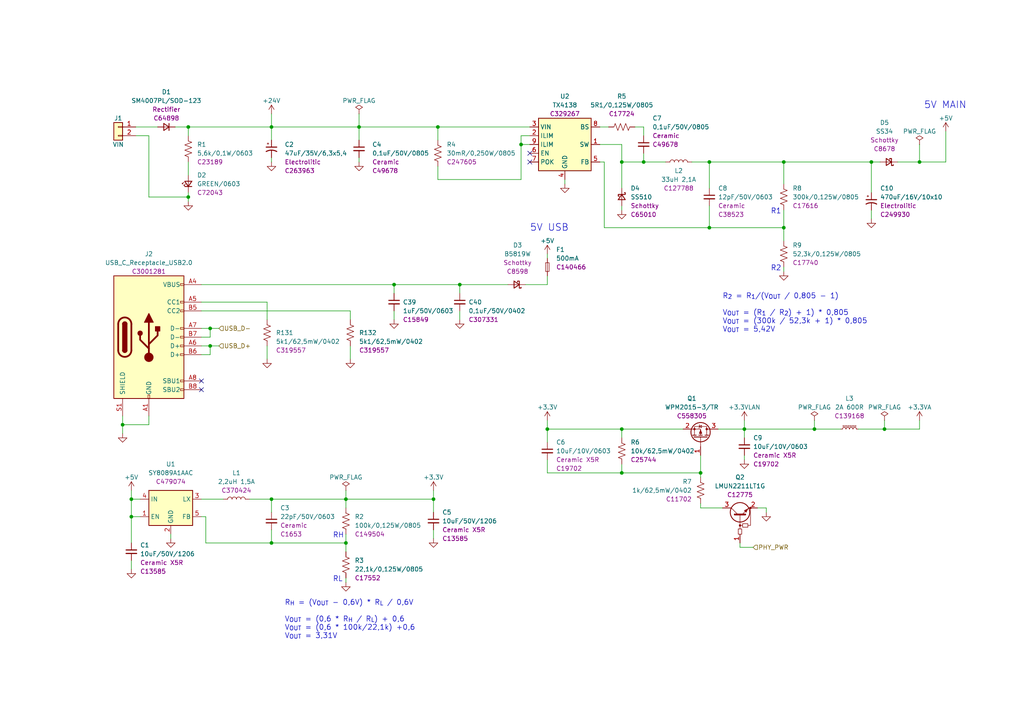
<source format=kicad_sch>
(kicad_sch (version 20230121) (generator eeschema)
  (paper "A4")
  (title_block (title "ESP 16x 24VDC Input 16x 24VDC Output Module") (date "2023-05-05") (rev "V1"))
  (lib_symbols
    (symbol "Connector:USB_C_Receptacle_USB2.0" (pin_names (offset 1.016))
      (property "Reference" "J" (at -10.16 19.05 0))
      (property "Value" "USB_C_Receptacle_USB2.0" (at 19.05 19.05 0))
      (symbol "USB_C_Receptacle_USB2.0_1_1"
        (pin passive line (at 0 -22.86 90) (length 5.08) (name "GND") (number "A1"))
        (pin passive line (at 0 -22.86 90) (length 5.08) hide (name "GND") (number "A12"))
        (pin passive line (at 15.24 15.24 180) (length 5.08) (name "VBUS") (number "A4"))
        (pin bidirectional line (at 15.24 10.16 180) (length 5.08) (name "CC1") (number "A5"))
        (pin bidirectional line (at 15.24 -2.54 180) (length 5.08) (name "D+") (number "A6"))
        (pin bidirectional line (at 15.24 2.54 180) (length 5.08) (name "D-") (number "A7"))
        (pin bidirectional line (at 15.24 -12.7 180) (length 5.08) (name "SBU1") (number "A8"))
        (pin passive line (at 15.24 15.24 180) (length 5.08) hide (name "VBUS") (number "A9"))
        (pin passive line (at 0 -22.86 90) (length 5.08) hide (name "GND") (number "B1"))
        (pin passive line (at 0 -22.86 90) (length 5.08) hide (name "GND") (number "B12"))
        (pin passive line (at 15.24 15.24 180) (length 5.08) hide (name "VBUS") (number "B4"))
        (pin bidirectional line (at 15.24 7.62 180) (length 5.08) (name "CC2") (number "B5"))
        (pin bidirectional line (at 15.24 -5.08 180) (length 5.08) (name "D+") (number "B6"))
        (pin bidirectional line (at 15.24 0 180) (length 5.08) (name "D-") (number "B7"))
        (pin bidirectional line (at 15.24 -15.24 180) (length 5.08) (name "SBU2") (number "B8"))
        (pin passive line (at 15.24 15.24 180) (length 5.08) hide (name "VBUS") (number "B9"))
        (pin passive line (at -7.62 -22.86 90) (length 5.08) (name "SHIELD") (number "S1"))
      )
    )
    (symbol "Connector_Generic:Conn_01x02" (pin_names (offset 1.016) hide)
      (property "Reference" "J" (at 0 2.54 0))
      (property "Value" "Conn_01x02" (at 0 -5.08 0))
      (symbol "Conn_01x02_1_1"
        (pin passive line (at -5.08 0 0) (length 3.81) (name "Pin_1") (number "1"))
        (pin passive line (at -5.08 -2.54 0) (length 3.81) (name "Pin_2") (number "2"))
      )
    )
    (symbol "Device:C_Polarized_Small_US" (pin_numbers hide) (pin_names (offset 0.254) hide)
      (property "Reference" "C" (at 0.254 1.778 0))
      (property "Value" "C_Polarized_Small_US" (at 0.254 -2.032 0))
      (symbol "C_Polarized_Small_US_1_1"
        (pin passive line (at 0 2.54 270) (length 2.032) (name "~") (number "1"))
        (pin passive line (at 0 -2.54 90) (length 2.032) (name "~") (number "2"))
      )
    )
    (symbol "Device:C_Small" (pin_numbers hide) (pin_names (offset 0.254) hide)
      (property "Reference" "C" (at 0.254 1.778 0))
      (property "Value" "C_Small" (at 0.254 -2.032 0))
      (symbol "C_Small_1_1"
        (pin passive line (at 0 2.54 270) (length 2.032) (name "~") (number "1"))
        (pin passive line (at 0 -2.54 90) (length 2.032) (name "~") (number "2"))
      )
    )
    (symbol "Device:D_Schottky_Small" (pin_numbers hide) (pin_names (offset 0.254) hide)
      (property "Reference" "D" (at -1.27 2.032 0))
      (property "Value" "D_Schottky_Small" (at -7.112 -2.032 0))
      (symbol "D_Schottky_Small_1_1"
        (pin passive line (at -2.54 0 0) (length 1.778) (name "K") (number "1"))
        (pin passive line (at 2.54 0 180) (length 1.778) (name "A") (number "2"))
      )
    )
    (symbol "Device:D_Small" (pin_numbers hide) (pin_names (offset 0.254) hide)
      (property "Reference" "D" (at -1.27 2.032 0))
      (property "Value" "D_Small" (at -3.81 -2.032 0))
      (symbol "D_Small_1_1"
        (pin passive line (at -2.54 0 0) (length 1.778) (name "K") (number "1"))
        (pin passive line (at 2.54 0 180) (length 1.778) (name "A") (number "2"))
      )
    )
    (symbol "Device:Fuse_Small" (pin_numbers hide) (pin_names (offset 0.254) hide)
      (property "Reference" "F" (at 0 -1.524 0))
      (property "Value" "Fuse_Small" (at 0 1.524 0))
      (symbol "Fuse_Small_1_1"
        (pin passive line (at -2.54 0 0) (length 1.27) (name "~") (number "1"))
        (pin passive line (at 2.54 0 180) (length 1.27) (name "~") (number "2"))
      )
    )
    (symbol "Device:L" (pin_numbers hide) (pin_names (offset 1.016) hide)
      (property "Reference" "L" (at -1.27 0 90))
      (property "Value" "L" (at 1.905 0 90))
      (symbol "L_1_1"
        (pin passive line (at 0 3.81 270) (length 1.27) (name "1") (number "1"))
        (pin passive line (at 0 -3.81 90) (length 1.27) (name "2") (number "2"))
      )
    )
    (symbol "Device:LED_Small" (pin_numbers hide) (pin_names (offset 0.254) hide)
      (property "Reference" "D" (at -1.27 3.175 0))
      (property "Value" "LED_Small" (at -4.445 -2.54 0))
      (symbol "LED_Small_1_1"
        (pin passive line (at -2.54 0 0) (length 1.778) (name "K") (number "1"))
        (pin passive line (at 2.54 0 180) (length 1.778) (name "A") (number "2"))
      )
    )
    (symbol "Device:L_Ferrite_Small" (pin_numbers hide) (pin_names (offset 0.254) hide)
      (property "Reference" "L" (at 1.27 1.016 0))
      (property "Value" "L_Ferrite_Small" (at 1.27 -1.27 0))
      (symbol "L_Ferrite_Small_1_1"
        (pin passive line (at 0 2.54 270) (length 0.508) (name "~") (number "1"))
        (pin passive line (at 0 -2.54 90) (length 0.508) (name "~") (number "2"))
      )
    )
    (symbol "Device:Q_NPN_BEC_BRT" (pin_names hide)
      (property "Reference" "Q" (at 3.81 1.27 0))
      (property "Value" "Q_NPN_BEC_BRT" (at 3.81 -1.27 0))
      (symbol "Q_NPN_BEC_BRT_1_1"
        (pin input line (at -8.89 0 0) (length 2.54) (name "B") (number "1"))
        (pin passive line (at 1.27 -5.08 90) (length 2.54) (name "E") (number "2"))
        (pin passive line (at 1.27 5.08 270) (length 2.54) (name "C") (number "3"))
      )
    )
    (symbol "Device:Q_PMOS_GSD" (pin_names (offset 0) hide)
      (property "Reference" "Q" (at 5.08 1.27 0))
      (property "Value" "Q_PMOS_GSD" (at 5.08 -1.27 0))
      (symbol "Q_PMOS_GSD_1_1"
        (pin input line (at -5.08 0 0) (length 2.54) (name "G") (number "1"))
        (pin passive line (at 2.54 -5.08 90) (length 2.54) (name "S") (number "2"))
        (pin passive line (at 2.54 5.08 270) (length 2.54) (name "D") (number "3"))
      )
    )
    (symbol "Device:R_US" (pin_numbers hide) (pin_names (offset 0))
      (property "Reference" "R" (at 2.54 0 90))
      (property "Value" "R_US" (at -2.54 0 90))
      (symbol "R_US_1_1"
        (pin passive line (at 0 3.81 270) (length 1.27) (name "~") (number "1"))
        (pin passive line (at 0 -3.81 90) (length 1.27) (name "~") (number "2"))
      )
    )
    (symbol "Tales:+3.3V" (power) (pin_names (offset 0))
      (property "Value" "+3.3V" (at 0 3.556 0))
      (symbol "+3.3V_1_1"
        (pin power_in line (at 0 0 90) (length 0) hide (name "+3.3V") (number "1"))
      )
    )
    (symbol "Tales:+3.3VLAN" (power) (pin_names (offset 0))
      (property "Value" "+3.3VLAN" (at 0 3.556 0))
      (symbol "+3.3VLAN_1_1"
        (pin power_in line (at 0 0 90) (length 0) hide (name "+3.3VLAN") (number "1"))
      )
    )
    (symbol "Tales:SY8089AAAC"
      (property "Reference" "U" (at 0 10.16 0))
      (property "Value" "SY8089AAAC" (at 0 7.62 0))
      (symbol "SY8089AAAC_1_1"
        (pin input line (at -8.89 -2.54 0) (length 2.54) (name "EN") (number "1"))
        (pin power_in line (at 0 -7.62 90) (length 2.54) (name "GND") (number "2"))
        (pin power_out line (at 8.89 2.54 180) (length 2.54) (name "LX") (number "3"))
        (pin power_in line (at -8.89 2.54 0) (length 2.54) (name "IN") (number "4"))
        (pin input line (at 8.89 -2.54 180) (length 2.54) (name "FB") (number "5"))
      )
    )
    (symbol "Tales:TX4138"
      (property "Reference" "U" (at 0 12.7 0))
      (property "Value" "TX4138" (at 0 10.16 0))
      (symbol "TX4138_1_1"
        (pin power_out line (at 10.16 0 180) (length 2.54) (name "SW") (number "1"))
        (pin input line (at -10.16 2.54 0) (length 2.54) (name "ILIM") (number "2"))
        (pin power_in line (at -10.16 5.08 0) (length 2.54) (name "VIN") (number "3"))
        (pin power_in line (at 0 -10.16 90) (length 2.54) (name "GND") (number "4"))
        (pin input line (at 10.16 -5.08 180) (length 2.54) (name "FB") (number "5"))
        (pin input line (at -10.16 -2.54 0) (length 2.54) (name "EN") (number "6"))
        (pin output line (at -10.16 -5.08 0) (length 2.54) (name "POK") (number "7"))
        (pin output line (at 10.16 5.08 180) (length 2.54) (name "BS") (number "8"))
        (pin input line (at -10.16 0 0) (length 2.54) (name "ILIM") (number "9"))
      )
    )
    (symbol "power:+24V" (power) (pin_names (offset 0))
      (property "Value" "+24V" (at 0 3.556 0))
      (symbol "+24V_1_1"
        (pin power_in line (at 0 0 90) (length 0) hide (name "+24V") (number "1"))
      )
    )
    (symbol "power:+3.3VA" (power) (pin_names (offset 0))
      (property "Value" "+3.3VA" (at 0 3.556 0))
      (symbol "+3.3VA_1_1"
        (pin power_in line (at 0 0 90) (length 0) hide (name "+3.3VA") (number "1"))
      )
    )
    (symbol "power:+5V" (power) (pin_names (offset 0))
      (property "Value" "+5V" (at 0 3.556 0))
      (symbol "+5V_1_1"
        (pin power_in line (at 0 0 90) (length 0) hide (name "+5V") (number "1"))
      )
    )
    (symbol "power:GND" (power) (pin_names (offset 0))
      (property "Value" "GND" (at 0 -3.81 0))
      (symbol "GND_1_1"
        (pin power_in line (at 0 0 270) (length 0) hide (name "GND") (number "1"))
      )
    )
    (symbol "power:PWR_FLAG" (power) (pin_numbers hide) (pin_names (offset 0) hide)
      (property "Value" "PWR_FLAG" (at 0 3.81 0))
      (symbol "PWR_FLAG_0_0"
        (pin power_out line (at 0 0 90) (length 0) (name "pwr") (number "1"))
      )
    )
  )
  (junction (at 180.34 46.99))
  (junction (at 180.34 124.46))
  (junction (at 151.13 41.91))
  (junction (at 125.73 144.78))
  (junction (at 205.74 66.04))
  (junction (at 60.96 95.25))
  (junction (at 266.7 46.99))
  (junction (at 54.61 36.83))
  (junction (at 256.54 124.46))
  (junction (at 127 36.83))
  (junction (at 180.34 137.16))
  (junction (at 133.35 82.55))
  (junction (at 60.96 100.33))
  (junction (at 236.22 124.46))
  (junction (at 104.14 36.83))
  (junction (at 78.74 157.48))
  (junction (at 227.33 66.04))
  (junction (at 38.1 149.86))
  (junction (at 186.69 46.99))
  (junction (at 252.73 46.99))
  (junction (at 215.9 124.46))
  (junction (at 205.74 46.99))
  (junction (at 38.1 144.78))
  (junction (at 54.61 57.15))
  (junction (at 35.56 123.19))
  (junction (at 158.75 124.46))
  (junction (at 114.3 82.55))
  (junction (at 78.74 36.83))
  (junction (at 203.2 137.16))
  (junction (at 100.33 144.78))
  (junction (at 78.74 144.78))
  (junction (at 100.33 157.48))
  (junction (at 227.33 46.99))
  (no_connect (at 153.67 46.99))
  (no_connect (at 153.67 44.45))
  (no_connect (at 58.42 110.49))
  (no_connect (at 58.42 113.03))
  (wire (pts (xy 58.42 82.55) (xy 114.3 82.55)))
  (wire (pts (xy 227.33 46.99) (xy 252.73 46.99)))
  (wire (pts (xy 114.3 90.17) (xy 114.3 92.71)))
  (wire (pts (xy 252.73 46.99) (xy 255.27 46.99)))
  (wire (pts (xy 158.75 80.01) (xy 158.75 82.55)))
  (wire (pts (xy 180.34 46.99) (xy 180.34 54.61)))
  (wire (pts (xy 58.42 100.33) (xy 60.96 100.33)))
  (wire (pts (xy 114.3 82.55) (xy 114.3 85.09)))
  (wire (pts (xy 78.74 153.67) (xy 78.74 157.48)))
  (wire (pts (xy 127 36.83) (xy 153.67 36.83)))
  (wire (pts (xy 125.73 148.59) (xy 125.73 144.78)))
  (wire (pts (xy 227.33 46.99) (xy 227.33 53.34)))
  (wire (pts (xy 180.34 41.91) (xy 180.34 46.99)))
  (wire (pts (xy 125.73 153.67) (xy 125.73 156.21)))
  (wire (pts (xy 203.2 137.16) (xy 203.2 138.43)))
  (wire (pts (xy 54.61 55.88) (xy 54.61 57.15)))
  (wire (pts (xy 203.2 132.08) (xy 203.2 137.16)))
  (wire (pts (xy 60.96 95.25) (xy 63.5 95.25)))
  (wire (pts (xy 100.33 144.78) (xy 100.33 147.32)))
  (wire (pts (xy 39.37 36.83) (xy 45.72 36.83)))
  (wire (pts (xy 227.33 60.96) (xy 227.33 66.04)))
  (wire (pts (xy 49.53 154.94) (xy 49.53 156.21)))
  (wire (pts (xy 127 52.07) (xy 151.13 52.07)))
  (wire (pts (xy 158.75 133.35) (xy 158.75 137.16)))
  (wire (pts (xy 38.1 162.56) (xy 38.1 165.1)))
  (wire (pts (xy 104.14 36.83) (xy 127 36.83)))
  (wire (pts (xy 100.33 154.94) (xy 100.33 157.48)))
  (wire (pts (xy 38.1 144.78) (xy 40.64 144.78)))
  (wire (pts (xy 78.74 144.78) (xy 100.33 144.78)))
  (wire (pts (xy 78.74 36.83) (xy 78.74 40.64)))
  (wire (pts (xy 78.74 33.02) (xy 78.74 36.83)))
  (wire (pts (xy 100.33 167.64) (xy 100.33 168.91)))
  (wire (pts (xy 54.61 36.83) (xy 78.74 36.83)))
  (wire (pts (xy 60.96 97.79) (xy 60.96 95.25)))
  (wire (pts (xy 205.74 66.04) (xy 205.74 59.69)))
  (wire (pts (xy 54.61 36.83) (xy 54.61 39.37)))
  (wire (pts (xy 72.39 144.78) (xy 78.74 144.78)))
  (wire (pts (xy 266.7 46.99) (xy 274.32 46.99)))
  (wire (pts (xy 222.25 147.32) (xy 222.25 148.59)))
  (wire (pts (xy 158.75 121.92) (xy 158.75 124.46)))
  (wire (pts (xy 274.32 46.99) (xy 274.32 38.1)))
  (wire (pts (xy 100.33 157.48) (xy 100.33 160.02)))
  (wire (pts (xy 35.56 123.19) (xy 35.56 125.73)))
  (wire (pts (xy 35.56 120.65) (xy 35.56 123.19)))
  (wire (pts (xy 127 48.26) (xy 127 52.07)))
  (wire (pts (xy 58.42 102.87) (xy 60.96 102.87)))
  (wire (pts (xy 222.25 147.32) (xy 219.71 147.32)))
  (wire (pts (xy 173.99 46.99) (xy 175.26 46.99)))
  (wire (pts (xy 151.13 52.07) (xy 151.13 41.91)))
  (wire (pts (xy 256.54 124.46) (xy 248.92 124.46)))
  (wire (pts (xy 114.3 82.55) (xy 133.35 82.55)))
  (wire (pts (xy 78.74 157.48) (xy 100.33 157.48)))
  (wire (pts (xy 38.1 149.86) (xy 38.1 157.48)))
  (wire (pts (xy 215.9 124.46) (xy 215.9 127)))
  (wire (pts (xy 200.66 46.99) (xy 205.74 46.99)))
  (wire (pts (xy 78.74 45.72) (xy 78.74 46.99)))
  (wire (pts (xy 227.33 66.04) (xy 227.33 69.85)))
  (wire (pts (xy 198.12 124.46) (xy 180.34 124.46)))
  (wire (pts (xy 38.1 142.24) (xy 38.1 144.78)))
  (wire (pts (xy 208.28 124.46) (xy 215.9 124.46)))
  (wire (pts (xy 101.6 100.33) (xy 101.6 104.14)))
  (wire (pts (xy 180.34 134.62) (xy 180.34 137.16)))
  (wire (pts (xy 158.75 137.16) (xy 180.34 137.16)))
  (wire (pts (xy 100.33 142.24) (xy 100.33 144.78)))
  (wire (pts (xy 59.69 157.48) (xy 78.74 157.48)))
  (wire (pts (xy 151.13 41.91) (xy 151.13 39.37)))
  (wire (pts (xy 205.74 46.99) (xy 205.74 54.61)))
  (wire (pts (xy 158.75 73.66) (xy 158.75 74.93)))
  (wire (pts (xy 158.75 124.46) (xy 180.34 124.46)))
  (wire (pts (xy 78.74 36.83) (xy 104.14 36.83)))
  (wire (pts (xy 173.99 36.83) (xy 176.53 36.83)))
  (wire (pts (xy 54.61 46.99) (xy 54.61 50.8)))
  (wire (pts (xy 38.1 144.78) (xy 38.1 149.86)))
  (wire (pts (xy 50.8 36.83) (xy 54.61 36.83)))
  (wire (pts (xy 127 36.83) (xy 127 40.64)))
  (wire (pts (xy 60.96 100.33) (xy 63.5 100.33)))
  (wire (pts (xy 152.4 82.55) (xy 158.75 82.55)))
  (wire (pts (xy 203.2 147.32) (xy 209.55 147.32)))
  (wire (pts (xy 104.14 36.83) (xy 104.14 40.64)))
  (wire (pts (xy 214.63 158.75) (xy 218.44 158.75)))
  (wire (pts (xy 186.69 44.45) (xy 186.69 46.99)))
  (wire (pts (xy 43.18 123.19) (xy 35.56 123.19)))
  (wire (pts (xy 186.69 36.83) (xy 186.69 39.37)))
  (wire (pts (xy 39.37 39.37) (xy 43.18 39.37)))
  (wire (pts (xy 215.9 124.46) (xy 236.22 124.46)))
  (wire (pts (xy 180.34 60.96) (xy 180.34 59.69)))
  (wire (pts (xy 125.73 144.78) (xy 100.33 144.78)))
  (wire (pts (xy 184.15 36.83) (xy 186.69 36.83)))
  (wire (pts (xy 133.35 90.17) (xy 133.35 92.71)))
  (wire (pts (xy 43.18 39.37) (xy 43.18 57.15)))
  (wire (pts (xy 58.42 97.79) (xy 60.96 97.79)))
  (wire (pts (xy 175.26 66.04) (xy 205.74 66.04)))
  (wire (pts (xy 256.54 121.92) (xy 256.54 124.46)))
  (wire (pts (xy 151.13 41.91) (xy 153.67 41.91)))
  (wire (pts (xy 252.73 55.88) (xy 252.73 46.99)))
  (wire (pts (xy 38.1 149.86) (xy 40.64 149.86)))
  (wire (pts (xy 133.35 82.55) (xy 147.32 82.55)))
  (wire (pts (xy 266.7 124.46) (xy 256.54 124.46)))
  (wire (pts (xy 205.74 66.04) (xy 227.33 66.04)))
  (wire (pts (xy 43.18 120.65) (xy 43.18 123.19)))
  (wire (pts (xy 77.47 100.33) (xy 77.47 104.14)))
  (wire (pts (xy 59.69 149.86) (xy 59.69 157.48)))
  (wire (pts (xy 227.33 77.47) (xy 227.33 78.74)))
  (wire (pts (xy 158.75 128.27) (xy 158.75 124.46)))
  (wire (pts (xy 180.34 137.16) (xy 203.2 137.16)))
  (wire (pts (xy 173.99 41.91) (xy 180.34 41.91)))
  (wire (pts (xy 77.47 87.63) (xy 77.47 92.71)))
  (wire (pts (xy 175.26 46.99) (xy 175.26 66.04)))
  (wire (pts (xy 215.9 121.92) (xy 215.9 124.46)))
  (wire (pts (xy 214.63 157.48) (xy 214.63 158.75)))
  (wire (pts (xy 104.14 45.72) (xy 104.14 46.99)))
  (wire (pts (xy 125.73 142.24) (xy 125.73 144.78)))
  (wire (pts (xy 104.14 33.02) (xy 104.14 36.83)))
  (wire (pts (xy 236.22 121.92) (xy 236.22 124.46)))
  (wire (pts (xy 180.34 124.46) (xy 180.34 127)))
  (wire (pts (xy 243.84 124.46) (xy 236.22 124.46)))
  (wire (pts (xy 58.42 144.78) (xy 64.77 144.78)))
  (wire (pts (xy 54.61 57.15) (xy 54.61 58.42)))
  (wire (pts (xy 58.42 87.63) (xy 77.47 87.63)))
  (wire (pts (xy 252.73 60.96) (xy 252.73 63.5)))
  (wire (pts (xy 203.2 146.05) (xy 203.2 147.32)))
  (wire (pts (xy 266.7 124.46) (xy 266.7 121.92)))
  (wire (pts (xy 215.9 132.08) (xy 215.9 133.35)))
  (wire (pts (xy 186.69 46.99) (xy 193.04 46.99)))
  (wire (pts (xy 58.42 149.86) (xy 59.69 149.86)))
  (wire (pts (xy 260.35 46.99) (xy 266.7 46.99)))
  (wire (pts (xy 133.35 82.55) (xy 133.35 85.09)))
  (wire (pts (xy 101.6 90.17) (xy 101.6 92.71)))
  (wire (pts (xy 151.13 39.37) (xy 153.67 39.37)))
  (wire (pts (xy 180.34 46.99) (xy 186.69 46.99)))
  (wire (pts (xy 60.96 102.87) (xy 60.96 100.33)))
  (wire (pts (xy 266.7 41.91) (xy 266.7 46.99)))
  (wire (pts (xy 43.18 57.15) (xy 54.61 57.15)))
  (wire (pts (xy 78.74 144.78) (xy 78.74 148.59)))
  (wire (pts (xy 58.42 95.25) (xy 60.96 95.25)))
  (wire (pts (xy 163.83 52.07) (xy 163.83 53.34)))
  (wire (pts (xy 227.33 46.99) (xy 205.74 46.99)))
  (wire (pts (xy 58.42 90.17) (xy 101.6 90.17)))
  (text "5V MAIN" (at 267.97 31.75 0) (effects (font (size 2 2)) (justify left bottom)))
  (text "5V USB" (at 153.67 67.31 0) (effects (font (size 2 2)) (justify left bottom)))
  (text "R_{H} = (V_{OUT} - 0,6V) * R_{L} / 0,6V\n\nV_{OUT} = (0,6 * R_{H} / R_{L}) + 0,6\nV_{OUT} = (0,6 * 100k/22,1k) +0,6\nV_{OUT} = 3,31V" (at 82.55 185.42 0) (effects (font (size 1.5 1.5)) (justify left bottom)))
  (text "R1" (at 223.52 62.23 0) (effects (font (size 1.5 1.5)) (justify left bottom)))
  (text "RL" (at 96.52 168.91 0) (effects (font (size 1.5 1.5)) (justify left bottom)))
  (text "R_{2} = R_{1}/(V_{OUT} / 0,805 - 1)\n\nV_{OUT} = (R_{1} / R_{2}) + 1) * 0,805\nV_{OUT} = (300k / 52,3k + 1) * 0,805\nV_{OUT} = 5,42V" (at 209.55 96.52 0) (effects (font (size 1.5 1.5)) (justify left bottom)))
  (text "RH" (at 96.52 156.21 0) (effects (font (size 1.5 1.5)) (justify left bottom)))
  (text "R2" (at 223.52 78.74 0) (effects (font (size 1.5 1.5)) (justify left bottom)))
  (hierarchical_label "PHY_PWR" (shape input) (at 218.44 158.75 0))
  (hierarchical_label "USB_D+" (shape input) (at 63.5 100.33 0))
  (hierarchical_label "USB_D-" (shape input) (at 63.5 95.25 0))
  (symbol (lib_id "Device:C_Small") (at 186.69 41.91 0) (unit 1)
    (property "Reference" "C7" (at 189.23 34.29 0) (effects (justify left)))
    (property "Value" "0,1uF/50V/0805" (at 189.23 36.83 0) (effects (justify left)))
    (property "Footprint" "Tales:C_0805_2012Metric" (effects hide))
    (property "Technology" "Ceramic" (at 189.23 39.37 0) (effects (justify left)))
    (property "Case" "0805/2012" (effects hide))
    (property "Mfr" "Yageo" (effects hide))
    (property "Mfr PN" "CC0805KRX7R9BB104" (effects hide))
    (property "Vendor" "JLCPCB" (effects hide))
    (property "Vendor PN" "C49678" (effects hide))
    (property "LCSC Part #" "C49678" (at 189.23 41.91 0) (effects (justify left)))
    (property "JLCPCB BOM" "1" (effects hide))
  )
  (symbol (lib_id "Device:R_US") (at 227.33 57.15 0) (unit 1)
    (property "Reference" "R8" (at 229.87 54.61 0) (effects (justify left)))
    (property "Value" "300k/0,125W/0805" (at 229.87 57.15 0) (effects (justify left)))
    (property "Footprint" "Tales:R_0805_2012Metric" (effects hide))
    (property "Case" "0805/2012" (effects hide))
    (property "JLCPCB BOM" "1" (effects hide))
    (property "LCSC Part #" "C17616" (at 229.87 59.69 0) (effects (justify left)))
    (property "Mfr" "Uniroyal" (effects hide))
    (property "Mfr PN" "0805W8F3003T5E" (effects hide))
    (property "Vendor" "JLCPCB" (effects hide))
    (property "Vendor PN" "C17616" (effects hide))
  )
  (symbol (lib_id "power:+24V") (at 78.74 33.02 0) (unit 1)
    (property "Reference" "#PWR07" (effects hide))
    (property "Value" "+24V" (at 78.74 29.21 0))
  )
  (symbol (lib_id "Device:C_Small") (at 78.74 151.13 0) (unit 1)
    (property "Reference" "C3" (at 81.28 147.32 0) (effects (justify left)))
    (property "Value" "22pF/50V/0603" (at 81.28 149.86 0) (effects (justify left)))
    (property "Footprint" "Tales:C_0603_1608Metric" (effects hide))
    (property "Case" "0603/1608" (effects hide))
    (property "JLCPCB BOM" "1" (effects hide))
    (property "LCSC Part #" "C1653" (at 81.28 154.94 0) (effects (justify left)))
    (property "Mfr" "Samsung" (effects hide))
    (property "Mfr PN" "CL10C220JB8NNNC" (effects hide))
    (property "Technology" "Ceramic" (at 81.28 152.4 0) (effects (justify left)))
    (property "Vendor" "JLCPCB" (effects hide))
    (property "Vendor PN" "C1653" (effects hide))
  )
  (symbol (lib_id "Device:C_Small") (at 38.1 160.02 0) (unit 1)
    (property "Reference" "C1" (at 40.64 158.115 0) (effects (justify left)))
    (property "Value" "10uF/50V/1206" (at 40.64 160.655 0) (effects (justify left)))
    (property "Footprint" "Tales:C_1206_3216Metric" (effects hide))
    (property "Mfr" "Samsung" (effects hide))
    (property "Mfr PN" "CL31A106KBHNNNE" (effects hide))
    (property "JLCPCB BOM" "1" (effects hide))
    (property "LCSC Part #" "C13585" (at 40.64 165.735 0) (effects (justify left)))
    (property "Technology" "Ceramic X5R" (at 40.64 163.195 0) (effects (justify left)))
    (property "Vendor" "JLCPCB" (effects hide))
    (property "Vendor PN" "C13585" (effects hide))
    (property "Case" "1206/3216" (effects hide))
  )
  (symbol (lib_id "Device:C_Small") (at 114.3 87.63 0) (unit 1)
    (property "Reference" "C39" (at 116.84 87.63 0) (effects (justify left)))
    (property "Value" "1uF/50V/0603" (at 116.84 90.17 0) (effects (justify left)))
    (property "Footprint" "Tales:C_0603_1608Metric" (effects hide))
    (property "Case" "0603/1608" (effects hide))
    (property "JLCPCB BOM" "1" (effects hide))
    (property "LCSC Part #" "C15849" (at 116.84 92.71 0) (effects (justify left)))
    (property "Mfr" "Samsung" (effects hide))
    (property "Mfr PN" "CL10A105KB8NNNC" (effects hide))
    (property "Technology" "Ceramic X5R" (effects hide))
    (property "Vendor" "JLCPCB" (effects hide))
    (property "Vendor PN" "C15849" (effects hide))
  )
  (symbol (lib_id "power:GND") (at 100.33 168.91 0) (unit 1)
    (property "Reference" "#PWR09" (effects hide))
    (property "Value" "GNDREF" (effects hide))
  )
  (symbol (lib_id "Device:L") (at 196.85 46.99 90) (unit 1)
    (property "Reference" "L2" (at 196.85 49.53 90))
    (property "Value" "33uH 2,1A" (at 196.85 52.07 90))
    (property "Footprint" "Tales:L_12x12mm_H6mm" (effects hide))
    (property "Case" "12x12" (effects hide))
    (property "JLCPCB BOM" "1" (effects hide))
    (property "LCSC Part #" "C127788" (at 196.85 54.61 90))
    (property "Mfr" "Sunlord" (effects hide))
    (property "Mfr PN" "SWRH1205B-330MT" (effects hide))
    (property "Vendor" "JLCPCB" (effects hide))
    (property "Vendor PN" "C127788" (effects hide))
  )
  (symbol (lib_id "Tales:SY8089AAAC") (at 49.53 147.32 0) (unit 1)
    (property "Reference" "U1" (at 49.53 134.62 0))
    (property "Value" "SY8089A1AAC" (at 49.53 137.16 0))
    (property "Footprint" "Tales:TSOT-23-5" (effects hide))
    (property "Case" "SOT-23-5" (effects hide))
    (property "JLCPCB BOM" "1" (effects hide))
    (property "LCSC Part #" "C479074" (at 49.53 139.7 0))
    (property "Mfr" "Silergy" (effects hide))
    (property "Mfr PN" "SY8089A1AAC" (effects hide))
    (property "Vendor" "JLCPCB" (effects hide))
    (property "Vendor PN" "C479074" (effects hide))
  )
  (symbol (lib_id "power:GND") (at 125.73 156.21 0) (unit 1)
    (property "Reference" "#PWR012" (effects hide))
    (property "Value" "GNDREF" (effects hide))
  )
  (symbol (lib_id "power:GND") (at 222.25 148.59 0) (unit 1)
    (property "Reference" "#PWR018" (effects hide))
    (property "Value" "GNDREF" (effects hide))
  )
  (symbol (lib_id "Device:Fuse_Small") (at 158.75 77.47 90) (unit 1)
    (property "Reference" "F1" (at 161.29 72.39 90) (effects (justify right)))
    (property "Value" "500mA" (at 161.29 74.93 90) (effects (justify right)))
    (property "Footprint" "Fuse:Fuse_1206_3216Metric" (effects hide))
    (property "JLCPCB BOM" "1" (effects hide))
    (property "LCSC Part #" "C140466" (at 161.29 77.47 90) (effects (justify right)))
    (property "Mfr" "Xucheng Elec" (effects hide))
    (property "Mfr PN" "12F.05000063AG12S1B02" (effects hide))
    (property "Vendor" "JLCPCB" (effects hide))
    (property "Vendor PN" "C140466" (effects hide))
    (property "Case" "1206" (effects hide))
  )
  (symbol (lib_id "Tales:+3.3VLAN") (at 215.9 121.92 0) (unit 1)
    (property "Reference" "#PWR016" (effects hide))
    (property "Value" "+3.3VLAN" (at 215.9 118.11 0))
  )
  (symbol (lib_id "Device:D_Schottky_Small") (at 257.81 46.99 180) (unit 1)
    (property "Reference" "D5" (at 256.54 35.56 0))
    (property "Value" "SS34" (at 256.54 38.1 0))
    (property "Footprint" "Tales:D_SMA" (effects hide))
    (property "JLCPCB BOM" "1" (effects hide))
    (property "LCSC Part #" "C8678" (at 256.54 43.18 0))
    (property "Mfr" "Microdiode" (effects hide))
    (property "Mfr PN" "SS34" (effects hide))
    (property "Technology" "Schottky" (at 256.54 40.64 0))
    (property "Vendor" "JLCPCB" (effects hide))
    (property "Vendor PN" "C8678" (effects hide))
    (property "Case" "SMA" (effects hide))
  )
  (symbol (lib_id "power:PWR_FLAG") (at 266.7 41.91 0) (unit 1)
    (property "Reference" "#FLG05" (effects hide))
    (property "Value" "PWR_FLAG" (at 266.7 38.1 0))
  )
  (symbol (lib_id "power:+5V") (at 38.1 142.24 0) (unit 1)
    (property "Reference" "#PWR02" (effects hide))
    (property "Value" "+5V" (at 38.1 138.43 0))
  )
  (symbol (lib_id "Device:D_Schottky_Small") (at 180.34 57.15 270) (unit 1)
    (property "Reference" "D4" (at 182.88 54.61 90) (effects (justify left)))
    (property "Value" "SS510" (at 182.88 57.15 90) (effects (justify left)))
    (property "Footprint" "Tales:D_SMA" (effects hide))
    (property "Case" "SMA" (effects hide))
    (property "JLCPCB BOM" "1" (effects hide))
    (property "LCSC Part #" "C65010" (at 182.88 62.23 90) (effects (justify left)))
    (property "Mfr" "Microdiode" (effects hide))
    (property "Mfr PN" "SS510" (effects hide))
    (property "Technology" "Schottky" (at 182.88 59.69 90) (effects (justify left)))
    (property "Vendor" "JLCPCB" (effects hide))
    (property "Vendor PN" "C65010" (effects hide))
  )
  (symbol (lib_id "power:+5V") (at 158.75 73.66 0) (unit 1)
    (property "Reference" "#PWR06" (effects hide))
    (property "Value" "+5V" (at 158.75 69.85 0))
  )
  (symbol (lib_id "Device:D_Small") (at 48.26 36.83 180) (unit 1)
    (property "Reference" "D1" (at 48.26 26.67 0))
    (property "Value" "SM4007PL/SOD-123" (at 48.26 29.21 0))
    (property "Footprint" "Tales:D_SOD-123" (effects hide))
    (property "Case" "SOD-123FL" (effects hide))
    (property "Technology" "Rectifier" (at 48.26 31.75 0))
    (property "Mfr" "Microdiode" (effects hide))
    (property "Mfr PN" "SM4007PL" (effects hide))
    (property "Vendor" "JLCPCB" (effects hide))
    (property "Vendor PN" "C64898" (effects hide))
    (property "LCSC Part #" "C64898" (at 48.26 34.29 0))
    (property "JLCPCB BOM" "1" (effects hide))
    (property "Sim.Device" "D" (effects hide))
    (property "Sim.Pins" "1=K 2=A" (effects hide))
  )
  (symbol (lib_id "Device:R_US") (at 180.34 36.83 270) (unit 1)
    (property "Reference" "R5" (at 180.34 27.94 90))
    (property "Value" "5R1/0,125W/0805" (at 180.34 30.48 90))
    (property "Footprint" "Tales:R_0805_2012Metric" (effects hide))
    (property "Case" "0805/2012" (effects hide))
    (property "Mfr" "Uniroyal" (effects hide))
    (property "Mfr PN" "0805W8F510KT5E" (effects hide))
    (property "Vendor" "JLCPCB" (effects hide))
    (property "Vendor PN" "C17724" (effects hide))
    (property "LCSC Part #" "C17724" (at 180.34 33.02 90))
    (property "JLCPCB BOM" "1" (effects hide))
  )
  (symbol (lib_id "power:+3.3VA") (at 266.7 121.92 0) (unit 1)
    (property "Reference" "#PWR021" (effects hide))
    (property "Value" "+3.3VA" (at 266.7 118.11 0))
  )
  (symbol (lib_id "power:GND") (at 35.56 125.73 0) (unit 1)
    (property "Reference" "#PWR01" (effects hide))
    (property "Value" "GNDREF" (effects hide))
  )
  (symbol (lib_id "power:PWR_FLAG") (at 104.14 33.02 0) (unit 1)
    (property "Reference" "#FLG02" (effects hide))
    (property "Value" "PWR_FLAG" (at 104.14 29.21 0))
  )
  (symbol (lib_id "Device:C_Small") (at 125.73 151.13 0) (unit 1)
    (property "Reference" "C5" (at 128.27 148.59 0) (effects (justify left)))
    (property "Value" "10uF/50V/1206" (at 128.27 151.13 0) (effects (justify left)))
    (property "Footprint" "Tales:C_1206_3216Metric" (effects hide))
    (property "Mfr" "Samsung" (effects hide))
    (property "Mfr PN" "CL31A106KBHNNNE" (effects hide))
    (property "JLCPCB BOM" "1" (effects hide))
    (property "LCSC Part #" "C13585" (at 128.27 156.21 0) (effects (justify left)))
    (property "Technology" "Ceramic X5R" (at 128.27 153.67 0) (effects (justify left)))
    (property "Vendor" "JLCPCB" (effects hide))
    (property "Vendor PN" "C13585" (effects hide))
    (property "Case" "1206/3216" (effects hide))
  )
  (symbol (lib_id "Device:D_Schottky_Small") (at 149.86 82.55 180) (unit 1)
    (property "Reference" "D3" (at 150.114 71.12 0))
    (property "Value" "B5819W" (at 150.114 73.66 0))
    (property "Footprint" "Tales:D_SOD-123" (effects hide))
    (property "Technology" "Schottky" (at 150.114 76.2 0))
    (property "Vendor" "JLCPCB" (effects hide))
    (property "Case" "SOD-123" (effects hide))
    (property "JLCPCB BOM" "1" (effects hide))
    (property "LCSC Part #" "C8598" (at 150.114 78.74 0))
    (property "Mfr" "Jiangsu" (effects hide))
    (property "Mfr PN" "B5819W" (effects hide))
    (property "Vendor PN" "C8598" (effects hide))
  )
  (symbol (lib_id "power:GND") (at 38.1 165.1 0) (unit 1)
    (property "Reference" "#PWR03" (effects hide))
    (property "Value" "GNDREF" (effects hide))
  )
  (symbol (lib_id "power:GND") (at 101.6 104.14 0) (unit 1)
    (property "Reference" "#PWR0188" (effects hide))
    (property "Value" "GNDREF" (effects hide))
    (instances (project "ESP-24v-16ch-V2" (path "" (reference "#PWR0188") (unit 1)) (path "" (reference "#PWR01") (unit 1)) (path "" (reference "#PWR01") (unit 1))))
  )
  (symbol (lib_id "power:GND") (at 215.9 133.35 0) (unit 1)
    (property "Reference" "#PWR017" (effects hide))
    (property "Value" "GNDREF" (effects hide))
  )
  (symbol (lib_id "power:GND") (at 54.61 58.42 0) (unit 1)
    (property "Reference" "#PWR05" (effects hide))
    (property "Value" "GND" (effects hide))
  )
  (symbol (lib_id "Device:LED_Small") (at 54.61 53.34 90) (unit 1)
    (property "Reference" "D2" (at 57.15 50.8 90) (effects (justify right)))
    (property "Value" "GREEN/0603" (at 57.15 53.34 90) (effects (justify right)))
    (property "Footprint" "Tales:LED_0603_1608Metric" (effects hide))
    (property "Case" "0603" (effects hide))
    (property "Mfr" "Everlight" (effects hide))
    (property "Mfr PN" "19-217/GHC-YR1S2/3T" (effects hide))
    (property "Vendor" "JLCPCB" (effects hide))
    (property "Vendor PN" "C72043" (effects hide))
    (property "LCSC Part #" "C72043" (at 57.15 55.88 90) (effects (justify right)))
    (property "JLCPCB BOM" "1" (effects hide))
  )
  (symbol (lib_id "power:+5V") (at 274.32 38.1 0) (unit 1)
    (property "Reference" "#PWR022" (effects hide))
    (property "Value" "+5V" (at 274.32 34.29 0))
  )
  (symbol (lib_id "Connector_Generic:Conn_01x02") (at 34.29 36.83 0) (mirror y) (unit 1)
    (property "Reference" "J1" (at 34.29 34.29 0))
    (property "Value" "VIN" (at 34.29 41.91 0))
    (property "Footprint" "Tales:TerminalBlock_Phoenix_MKDS-3-2-5.08_1x02_P5.08mm_Horizontal" (effects hide))
    (property "JLCPCB BOM" "0" (effects hide))
    (property "Mfr" "Conexel" (effects hide))
    (property "Mfr PN" "1x LM 5.08/02/90 3.5SN OR BX" (effects hide))
    (property "Vendor" "Conexel" (effects hide))
    (property "Vendor PN" "1x 1716080000" (effects hide))
  )
  (symbol (lib_id "Device:R_US") (at 127 44.45 0) (unit 1)
    (property "Reference" "R4" (at 129.54 41.91 0) (effects (justify left)))
    (property "Value" "30mR/0,250W/0805" (at 129.54 44.45 0) (effects (justify left)))
    (property "Footprint" "Tales:R_0805_2012Metric" (effects hide))
    (property "Case" "0805/2012" (effects hide))
    (property "Mfr" "Uniroyal" (effects hide))
    (property "Mfr PN" "0805W4F300MT5E" (effects hide))
    (property "Vendor" "JLCPCB" (effects hide))
    (property "Vendor PN" "C247605" (effects hide))
    (property "LCSC Part #" "C247605" (at 129.54 46.99 0) (effects (justify left)))
    (property "JLCPCB BOM" "1" (effects hide))
  )
  (symbol (lib_id "Device:C_Small") (at 215.9 129.54 0) (unit 1)
    (property "Reference" "C9" (at 218.44 127 0) (effects (justify left)))
    (property "Value" "10uF/10V/0603" (at 218.44 129.54 0) (effects (justify left)))
    (property "Footprint" "Tales:C_0603_1608Metric" (effects hide))
    (property "Mfr" "Samsung" (effects hide))
    (property "Mfr PN" "CL10A106KP8NNNC" (effects hide))
    (property "JLCPCB BOM" "1" (effects hide))
    (property "LCSC Part #" "C19702" (at 218.44 134.62 0) (effects (justify left)))
    (property "Technology" "Ceramic X5R" (at 218.44 132.08 0) (effects (justify left)))
    (property "Vendor" "JLCPCB" (effects hide))
    (property "Vendor PN" "C19702" (effects hide))
    (property "Case" "0603/1608" (effects hide))
  )
  (symbol (lib_id "power:GND") (at 180.34 60.96 0) (unit 1)
    (property "Reference" "#PWR015" (effects hide))
    (property "Value" "GNDREF" (effects hide))
  )
  (symbol (lib_id "power:GND") (at 77.47 104.14 0) (unit 1)
    (property "Reference" "#PWR0187" (effects hide))
    (property "Value" "GNDREF" (effects hide))
    (instances (project "ESP-24v-16ch-V2" (path "" (reference "#PWR0187") (unit 1)) (path "" (reference "#PWR01") (unit 1)) (path "" (reference "#PWR01") (unit 1))))
  )
  (symbol (lib_id "Device:L_Ferrite_Small") (at 246.38 124.46 90) (unit 1)
    (property "Reference" "L3" (at 246.38 115.57 90))
    (property "Value" "2A 600R" (at 246.38 118.11 90))
    (property "Footprint" "Inductor_SMD:L_0805_2012Metric" (effects hide))
    (property "Case" "0805/2012" (effects hide))
    (property "JLCPCB BOM" "1" (effects hide))
    (property "LCSC Part #" "C139168" (at 246.38 120.65 90))
    (property "Mfr" "FH" (effects hide))
    (property "Mfr PN" "CBM201209U601T" (effects hide))
    (property "Vendor" "JLCPCB" (effects hide))
    (property "Vendor PN" "C139168" (effects hide))
  )
  (symbol (lib_id "power:GND") (at 163.83 53.34 0) (unit 1)
    (property "Reference" "#PWR014" (effects hide))
    (property "Value" "GNDREF" (effects hide))
  )
  (symbol (lib_id "Device:R_US") (at 77.47 96.52 0) (unit 1)
    (property "Reference" "R131" (at 80.01 96.52 0) (effects (justify left)))
    (property "Value" "5k1/62,5mW/0402" (at 80.01 99.06 0) (effects (justify left)))
    (property "Footprint" "Tales:R_0402_1005Metric" (effects hide))
    (property "Case" "0402/1005" (effects hide))
    (property "JLCPCB BOM" "1" (effects hide))
    (property "LCSC Part #" "C319557" (at 80.01 101.6 0) (effects (justify left)))
    (property "Mfr" "Viking Tech" (effects hide))
    (property "Mfr PN" "AR02DTD5101" (effects hide))
    (property "Vendor" "JLCPCB" (effects hide))
    (property "Vendor PN" "C319557" (effects hide))
  )
  (symbol (lib_id "power:PWR_FLAG") (at 236.22 121.92 0) (unit 1)
    (property "Reference" "#FLG03" (effects hide))
    (property "Value" "PWR_FLAG" (at 236.22 118.11 0))
  )
  (symbol (lib_id "Device:Q_PMOS_GSD") (at 203.2 127 270) (mirror x) (unit 1)
    (property "Reference" "Q1" (at 200.66 115.57 90))
    (property "Value" "WPM2015-3/TR" (at 200.66 118.11 90))
    (property "Footprint" "Tales:SOT-23" (effects hide))
    (property "Case" "SOT-23-3" (effects hide))
    (property "JLCPCB BOM" "1" (effects hide))
    (property "LCSC Part #" "C558305" (at 200.66 120.65 90))
    (property "Mfr" "VBSemi" (effects hide))
    (property "Mfr PN" "WPM2015-3/TR" (effects hide))
    (property "Technology" "MOSFET" (effects hide))
    (property "Vendor" "JLCPCB" (effects hide))
    (property "Vendor PN" "C558305" (effects hide))
  )
  (symbol (lib_id "Device:Q_NPN_BEC_BRT") (at 214.63 148.59 90) (unit 1)
    (property "Reference" "Q2" (at 214.63 138.43 90))
    (property "Value" "LMUN2211LT1G" (at 214.63 140.97 90))
    (property "Footprint" "Tales:SOT-23" (effects hide))
    (property "LCSC Part #" "C12775" (at 214.63 143.51 90))
    (property "Vendor PN" "C12775" (effects hide))
    (property "Case" "SOT-23-3" (effects hide))
    (property "JLCPCB BOM" "1" (effects hide))
    (property "Mfr" "LRC" (effects hide))
    (property "Mfr PN" "LMUN2211LT1G" (effects hide))
    (property "Technology" "NPN Pre Biased" (effects hide))
    (property "Vendor" "JLCPCB" (effects hide))
  )
  (symbol (lib_id "Tales:+3.3V") (at 158.75 121.92 0) (unit 1)
    (property "Reference" "#PWR013" (effects hide))
    (property "Value" "+3.3V" (at 158.75 118.11 0))
  )
  (symbol (lib_id "power:GND") (at 49.53 156.21 0) (unit 1)
    (property "Reference" "#PWR04" (effects hide))
    (property "Value" "GNDREF" (effects hide))
  )
  (symbol (lib_id "power:GND") (at 227.33 78.74 0) (unit 1)
    (property "Reference" "#PWR019" (effects hide))
    (property "Value" "GNDREF" (effects hide))
  )
  (symbol (lib_id "Device:C_Small") (at 205.74 57.15 0) (unit 1)
    (property "Reference" "C8" (at 208.28 54.61 0) (effects (justify left)))
    (property "Value" "12pF/50V/0603" (at 208.28 57.15 0) (effects (justify left)))
    (property "Footprint" "Tales:C_0603_1608Metric" (effects hide))
    (property "Case" "0603/1608" (effects hide))
    (property "JLCPCB BOM" "1" (effects hide))
    (property "LCSC Part #" "C38523" (at 208.28 62.23 0) (effects (justify left)))
    (property "Mfr" "Samsung" (effects hide))
    (property "Mfr PN" "CL10C120JB8NNNC" (effects hide))
    (property "Technology" "Ceramic" (at 208.28 59.69 0) (effects (justify left)))
    (property "Vendor" "JLCPCB" (effects hide))
    (property "Vendor PN" "C38523" (effects hide))
  )
  (symbol (lib_id "Device:C_Small") (at 104.14 43.18 0) (unit 1)
    (property "Reference" "C4" (at 107.95 41.91 0) (effects (justify left)))
    (property "Value" "0,1uF/50V/0805" (at 107.95 44.45 0) (effects (justify left)))
    (property "Footprint" "Tales:C_0805_2012Metric" (effects hide))
    (property "Technology" "Ceramic" (at 107.95 46.99 0) (effects (justify left)))
    (property "Case" "0805/2012" (effects hide))
    (property "Mfr" "Yageo" (effects hide))
    (property "Mfr PN" "CC0805KRX7R9BB104" (effects hide))
    (property "Vendor" "JLCPCB" (effects hide))
    (property "Vendor PN" "C49678" (effects hide))
    (property "LCSC Part #" "C49678" (at 107.95 49.53 0) (effects (justify left)))
    (property "JLCPCB BOM" "1" (effects hide))
  )
  (symbol (lib_id "power:GND") (at 104.14 46.99 0) (unit 1)
    (property "Reference" "#PWR010" (effects hide))
    (property "Value" "GNDREF" (effects hide))
  )
  (symbol (lib_id "Tales:TX4138") (at 163.83 41.91 0) (unit 1)
    (property "Reference" "U2" (at 163.83 27.94 0))
    (property "Value" "TX4138" (at 163.83 30.48 0))
    (property "Footprint" "Tales:SOIC-8-1EP_3.9x4.9mm_P1.27mm_EP2.29x3mm_ThermalVias" (effects hide))
    (property "Case" "SOIC-8" (effects hide))
    (property "JLCPCB BOM" "1" (effects hide))
    (property "LCSC Part #" "C329267" (at 163.83 33.02 0))
    (property "Mfr" "XDS" (effects hide))
    (property "Mfr PN" "TX4138" (effects hide))
    (property "Vendor" "JLCPCB" (effects hide))
    (property "Vendor PN" "C329267" (effects hide))
  )
  (symbol (lib_id "power:GND") (at 133.35 92.71 0) (unit 1)
    (property "Reference" "#PWR0190" (effects hide))
    (property "Value" "GNDREF" (effects hide))
    (instances (project "ESP-24v-16ch-V2" (path "" (reference "#PWR0190") (unit 1)) (path "" (reference "#PWR01") (unit 1)) (path "" (reference "#PWR01") (unit 1))))
  )
  (symbol (lib_id "Device:R_US") (at 100.33 163.83 0) (unit 1)
    (property "Reference" "R3" (at 102.87 162.56 0) (effects (justify left)))
    (property "Value" "22,1k/0,125W/0805" (at 102.87 165.1 0) (effects (justify left)))
    (property "Footprint" "Tales:R_0805_2012Metric" (effects hide))
    (property "Case" "0805/2012" (effects hide))
    (property "JLCPCB BOM" "1" (effects hide))
    (property "LCSC Part #" "C17552" (at 102.87 167.64 0) (effects (justify left)))
    (property "Mfr" "Uniroyal" (effects hide))
    (property "Mfr PN" "0805W8F2212T5E" (effects hide))
    (property "Vendor" "JLCPCB" (effects hide))
    (property "Vendor PN" "C17552" (effects hide))
  )
  (symbol (lib_id "Device:R_US") (at 100.33 151.13 0) (unit 1)
    (property "Reference" "R2" (at 102.87 149.86 0) (effects (justify left)))
    (property "Value" "100k/0,125W/0805" (at 102.87 152.4 0) (effects (justify left)))
    (property "Footprint" "Tales:R_0805_2012Metric" (effects hide))
    (property "Case" "0805/2012" (effects hide))
    (property "JLCPCB BOM" "1" (effects hide))
    (property "LCSC Part #" "C149504" (at 102.87 154.94 0) (effects (justify left)))
    (property "Mfr" "Uniroyal" (effects hide))
    (property "Mfr PN" "0805W8F1003T5E" (effects hide))
    (property "Vendor" "JLCPCB" (effects hide))
    (property "Vendor PN" "C149504" (effects hide))
  )
  (symbol (lib_id "Connector:USB_C_Receptacle_USB2.0") (at 43.18 97.79 0) (unit 1)
    (property "Reference" "J2" (at 43.18 73.66 0))
    (property "Value" "USB_C_Receptacle_USB2.0" (at 43.18 76.2 0))
    (property "Footprint" "Tales:USB_C_Receptacle_JAE_DX07S024WJ1R350" (effects hide))
    (property "JLCPCB BOM" "1" (effects hide))
    (property "LCSC Part #" "C3001281" (at 43.18 78.74 0))
    (property "Mfr" "G-Switch" (effects hide))
    (property "Mfr PN" "GT-USB-7028D" (effects hide))
    (property "Vendor" "JLCPCB" (effects hide))
    (property "Vendor PN" "C3001281" (effects hide))
  )
  (symbol (lib_id "Device:L") (at 68.58 144.78 90) (unit 1)
    (property "Reference" "L1" (at 68.58 137.16 90))
    (property "Value" "2,2uH 1,5A" (at 68.58 139.7 90))
    (property "Footprint" "Tales:L_3x3_H1.5" (effects hide))
    (property "Case" "3x3" (effects hide))
    (property "JLCPCB BOM" "1" (effects hide))
    (property "LCSC Part #" "C370424" (at 68.58 142.24 90))
    (property "Mfr" "Sunlord" (effects hide))
    (property "Mfr PN" "SPH3015H2R2MT" (effects hide))
    (property "Vendor" "JLCPCB" (effects hide))
    (property "Vendor PN" "C370424" (effects hide))
  )
  (symbol (lib_id "power:GND") (at 114.3 92.71 0) (unit 1)
    (property "Reference" "#PWR0189" (effects hide))
    (property "Value" "GNDREF" (effects hide))
    (instances (project "ESP-24v-16ch-V2" (path "" (reference "#PWR0189") (unit 1)) (path "" (reference "#PWR01") (unit 1)) (path "" (reference "#PWR01") (unit 1))))
  )
  (symbol (lib_id "Tales:+3.3V") (at 125.73 142.24 0) (unit 1)
    (property "Reference" "#PWR011" (effects hide))
    (property "Value" "+3.3V" (at 125.73 138.43 0))
  )
  (symbol (lib_id "Device:C_Polarized_Small_US") (at 252.73 58.42 0) (unit 1)
    (property "Reference" "C10" (at 255.27 54.61 0) (effects (justify left)))
    (property "Value" "470uF/16V/10x10" (at 255.27 57.15 0) (effects (justify left)))
    (property "Footprint" "Tales:CP_Elec_10x10" (effects hide))
    (property "Mfr" "Lelon" (effects hide))
    (property "Mfr PN" "VZH471M1CTR-1010" (effects hide))
    (property "JLCPCB BOM" "1" (effects hide))
    (property "LCSC Part #" "C249930" (at 255.27 62.23 0) (effects (justify left)))
    (property "Technology" "Electrolitic" (at 255.27 59.69 0) (effects (justify left)))
    (property "Vendor" "JLCPCB" (effects hide))
    (property "Vendor PN" "C249930" (effects hide))
    (property "Case" "10x10" (effects hide))
  )
  (symbol (lib_id "Device:R_US") (at 54.61 43.18 0) (unit 1)
    (property "Reference" "R1" (at 57.15 41.91 0) (effects (justify left)))
    (property "Value" "5,6k/0,1W/0603" (at 57.15 44.45 0) (effects (justify left)))
    (property "Footprint" "Tales:R_0603_1608Metric" (effects hide))
    (property "Case" "0603/1608" (effects hide))
    (property "Mfr" "Uniroyal" (effects hide))
    (property "Mfr PN" "0603WAF5601T5E" (effects hide))
    (property "Vendor" "JLCPCB" (effects hide))
    (property "Vendor PN" "C23189" (effects hide))
    (property "LCSC Part #" "C23189" (at 57.15 46.99 0) (effects (justify left)))
    (property "JLCPCB BOM" "1" (effects hide))
  )
  (symbol (lib_id "Device:C_Polarized_Small_US") (at 78.74 43.18 0) (unit 1)
    (property "Reference" "C2" (at 82.55 41.91 0) (effects (justify left)))
    (property "Value" "47uF/35V/6,3x5,4" (at 82.55 44.45 0) (effects (justify left)))
    (property "Footprint" "Tales:CP_Elec_6.3x5.4" (effects hide))
    (property "Technology" "Electrolitic" (at 82.55 46.99 0) (effects (justify left)))
    (property "Case" "6,3x5,4" (effects hide))
    (property "Mfr" "Semtech" (effects hide))
    (property "Mfr PN" "CK1V470MCRE54" (effects hide))
    (property "Vendor" "JLCPCB" (effects hide))
    (property "Vendor PN" "C263963" (effects hide))
    (property "JLCPCB BOM" "1" (effects hide))
    (property "LCSC Part #" "C263963" (at 82.55 49.53 0) (effects (justify left)))
  )
  (symbol (lib_id "Device:R_US") (at 227.33 73.66 0) (unit 1)
    (property "Reference" "R9" (at 229.87 71.12 0) (effects (justify left)))
    (property "Value" "52,3k/0,125W/0805" (at 229.87 73.66 0) (effects (justify left)))
    (property "Footprint" "Tales:R_0805_2012Metric" (effects hide))
    (property "Case" "0805/2012" (effects hide))
    (property "JLCPCB BOM" "1" (effects hide))
    (property "LCSC Part #" "C17740" (at 229.87 76.2 0) (effects (justify left)))
    (property "Mfr" "Uniroyal" (effects hide))
    (property "Mfr PN" "0805W8F5232T5E" (effects hide))
    (property "Vendor" "JLCPCB" (effects hide))
    (property "Vendor PN" "C17740" (effects hide))
  )
  (symbol (lib_id "Device:C_Small") (at 133.35 87.63 0) (unit 1)
    (property "Reference" "C40" (at 135.89 87.63 0) (effects (justify left)))
    (property "Value" "0,1uF/50V/0402" (at 135.89 90.17 0) (effects (justify left)))
    (property "Footprint" "Tales:C_0402_1005Metric" (effects hide))
    (property "Case" "0402/1005" (effects hide))
    (property "JLCPCB BOM" "1" (effects hide))
    (property "LCSC Part #" "C307331" (at 135.89 92.71 0) (effects (justify left)))
    (property "Mfr" "Samsung" (effects hide))
    (property "Mfr PN" "CL05B104KB54PNC" (effects hide))
    (property "Technology" "Ceramic X7R" (effects hide))
    (property "Vendor" "JLCPCB" (effects hide))
    (property "Vendor PN" "C307331" (effects hide))
  )
  (symbol (lib_id "power:PWR_FLAG") (at 100.33 142.24 0) (unit 1)
    (property "Reference" "#FLG01" (effects hide))
    (property "Value" "PWR_FLAG" (at 100.33 138.43 0))
  )
  (symbol (lib_id "Device:R_US") (at 101.6 96.52 0) (unit 1)
    (property "Reference" "R132" (at 104.14 96.52 0) (effects (justify left)))
    (property "Value" "5k1/62,5mW/0402" (at 104.14 99.06 0) (effects (justify left)))
    (property "Footprint" "Tales:R_0402_1005Metric" (effects hide))
    (property "Case" "0402/1005" (effects hide))
    (property "JLCPCB BOM" "1" (effects hide))
    (property "LCSC Part #" "C319557" (at 104.14 101.6 0) (effects (justify left)))
    (property "Mfr" "Viking Tech" (effects hide))
    (property "Mfr PN" "AR02DTD5101" (effects hide))
    (property "Vendor" "JLCPCB" (effects hide))
    (property "Vendor PN" "C319557" (effects hide))
  )
  (symbol (lib_id "power:PWR_FLAG") (at 256.54 121.92 0) (unit 1)
    (property "Reference" "#FLG04" (effects hide))
    (property "Value" "PWR_FLAG" (at 256.54 118.11 0))
  )
  (symbol (lib_id "Device:R_US") (at 180.34 130.81 0) (unit 1)
    (property "Reference" "R6" (at 182.88 128.27 0) (effects (justify left)))
    (property "Value" "10k/62,5mW/0402" (at 182.88 130.81 0) (effects (justify left)))
    (property "Footprint" "Tales:R_0402_1005Metric" (effects hide))
    (property "Case" "0402/1005" (effects hide))
    (property "Mfr" "Uniroyal" (effects hide))
    (property "Vendor" "JLCPCB" (effects hide))
    (property "Mfr PN" "0402WGF1002TCE" (effects hide))
    (property "Vendor PN" "C25744" (effects hide))
    (property "LCSC Part #" "C25744" (at 182.88 133.35 0) (effects (justify left)))
    (property "JLCPCB BOM" "1" (effects hide))
  )
  (symbol (lib_id "Device:R_US") (at 203.2 142.24 180) (unit 1)
    (property "Reference" "R7" (at 200.66 139.7 0) (effects (justify left)))
    (property "Value" "1k/62,5mW/0402" (at 200.66 142.24 0) (effects (justify left)))
    (property "Footprint" "Tales:R_0402_1005Metric" (effects hide))
    (property "Case" "0402/1005" (effects hide))
    (property "Mfr" "Uniroyal" (effects hide))
    (property "Mfr PN" "0402WGF1001TCE" (effects hide))
    (property "Vendor" "JLCPCB" (effects hide))
    (property "Vendor PN" "C11702" (effects hide))
    (property "LCSC Part #" "C11702" (at 200.66 144.78 0) (effects (justify left)))
    (property "JLCPCB BOM" "1" (effects hide))
  )
  (symbol (lib_id "power:GND") (at 78.74 46.99 0) (unit 1)
    (property "Reference" "#PWR08" (effects hide))
    (property "Value" "GNDREF" (effects hide))
  )
  (symbol (lib_id "Device:C_Small") (at 158.75 130.81 0) (unit 1)
    (property "Reference" "C6" (at 161.29 128.27 0) (effects (justify left)))
    (property "Value" "10uF/10V/0603" (at 161.29 130.81 0) (effects (justify left)))
    (property "Footprint" "Tales:C_0603_1608Metric" (effects hide))
    (property "Mfr" "Samsung" (effects hide))
    (property "Mfr PN" "CL10A106KP8NNNC" (effects hide))
    (property "JLCPCB BOM" "1" (effects hide))
    (property "LCSC Part #" "C19702" (at 161.29 135.89 0) (effects (justify left)))
    (property "Technology" "Ceramic X5R" (at 161.29 133.35 0) (effects (justify left)))
    (property "Vendor" "JLCPCB" (effects hide))
    (property "Vendor PN" "C19702" (effects hide))
    (property "Case" "0603/1608" (effects hide))
  )
  (symbol (lib_id "power:GND") (at 252.73 63.5 0) (unit 1)
    (property "Reference" "#PWR020" (effects hide))
    (property "Value" "GNDREF" (effects hide))
  )
)
</source>
